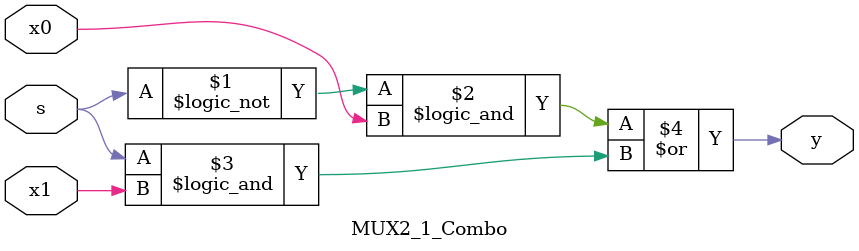
<source format=v>


`timescale 1ns/10ps

module MUX2_1_Combo (
    x0,
    x1,
    s,
    y
);
// 2:1 Multiplexer written in full combo
// Input:
//     x0(bool): input channel 0
//     x1(bool): input channel 1
//     s(bool): channel selection input 
// Output:
//     y(bool): ouput

input x0;
input x1;
input s;
output y;
wire y;





assign y = (((!s) && x0) | (s && x1));

endmodule

</source>
